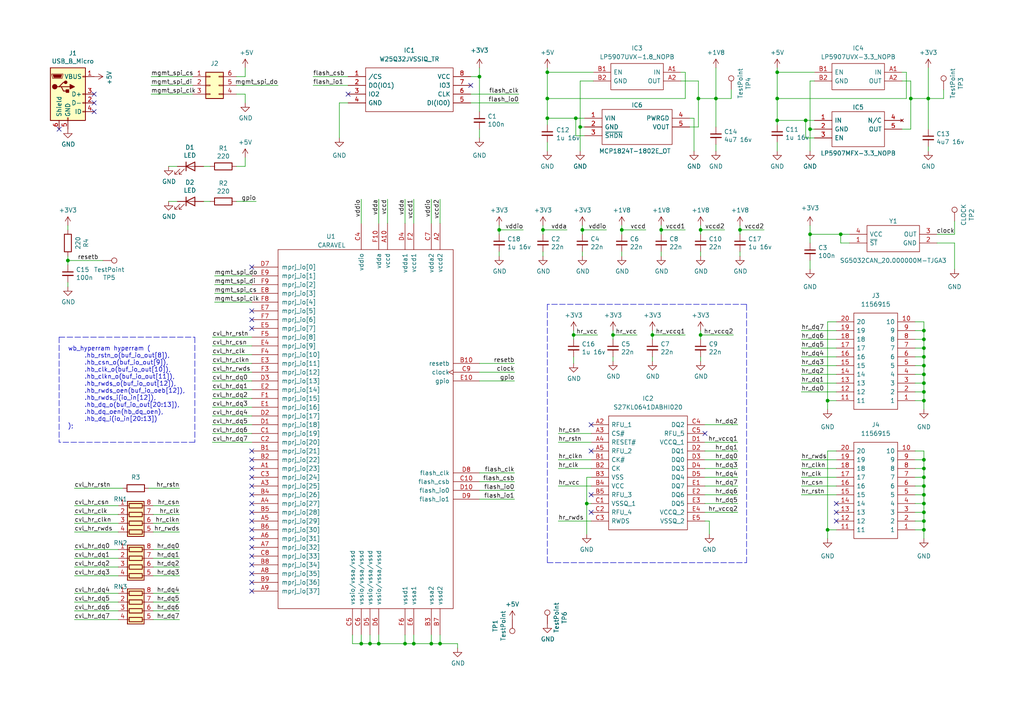
<source format=kicad_sch>
(kicad_sch (version 20211123) (generator eeschema)
  (paper "A4")
  (junction (at 180.34 66.675))
  (junction (at 267.97 106.045))
  (junction (at 203.2 66.675))
  (junction (at 267.97 146.05))
  (junction (at 267.97 151.13))
  (junction (at 202.565 28.575))
  (junction (at 267.97 138.43))
  (junction (at 125.095 186.69))
  (junction (at 177.8 97.155))
  (junction (at 267.97 111.125))
  (junction (at 267.97 98.425))
  (junction (at 139.065 22.225))
  (junction (at 158.75 28.575))
  (junction (at 158.75 20.955))
  (junction (at 207.645 28.575))
  (junction (at 107.315 186.69))
  (junction (at 166.37 97.155))
  (junction (at 267.97 95.885))
  (junction (at 168.275 36.83))
  (junction (at 117.475 186.69))
  (junction (at 240.03 153.67))
  (junction (at 233.68 34.925))
  (junction (at 168.91 66.675))
  (junction (at 267.97 148.59))
  (junction (at 269.24 28.575))
  (junction (at 109.855 186.69))
  (junction (at 264.16 28.575))
  (junction (at 167.005 34.29))
  (junction (at 267.97 143.51))
  (junction (at 120.015 186.69))
  (junction (at 189.23 97.155))
  (junction (at 267.97 100.965))
  (junction (at 19.685 75.565))
  (junction (at 240.03 116.205))
  (junction (at 267.97 108.585))
  (junction (at 243.84 67.945))
  (junction (at 104.775 186.69))
  (junction (at 225.425 20.955))
  (junction (at 203.2 97.155))
  (junction (at 127.635 186.69))
  (junction (at 267.97 116.205))
  (junction (at 267.97 153.67))
  (junction (at 267.97 135.89))
  (junction (at 267.97 140.97))
  (junction (at 170.18 146.05))
  (junction (at 225.425 34.925))
  (junction (at 234.95 37.465))
  (junction (at 191.77 66.675))
  (junction (at 267.97 133.35))
  (junction (at 214.63 66.675))
  (junction (at 225.425 28.575))
  (junction (at 157.48 66.675))
  (junction (at 144.78 66.675))
  (junction (at 158.75 34.29))
  (junction (at 267.97 103.505))
  (junction (at 234.95 67.945))
  (junction (at 267.97 113.665))
  (no_connect (at 73.025 151.13))
  (no_connect (at 73.025 133.35))
  (no_connect (at 73.025 90.17))
  (no_connect (at 17.145 37.465))
  (no_connect (at 242.57 146.05))
  (no_connect (at 242.57 148.59))
  (no_connect (at 242.57 151.13))
  (no_connect (at 73.025 158.75))
  (no_connect (at 73.025 95.25))
  (no_connect (at 73.025 143.51))
  (no_connect (at 73.025 166.37))
  (no_connect (at 27.305 32.385))
  (no_connect (at 73.025 148.59))
  (no_connect (at 100.965 27.305))
  (no_connect (at 136.525 24.765))
  (no_connect (at 73.025 130.81))
  (no_connect (at 73.025 138.43))
  (no_connect (at 73.025 153.67))
  (no_connect (at 73.025 156.21))
  (no_connect (at 73.025 163.83))
  (no_connect (at 204.47 125.73))
  (no_connect (at 171.45 123.19))
  (no_connect (at 171.45 130.81))
  (no_connect (at 171.45 148.59))
  (no_connect (at 171.45 143.51))
  (no_connect (at 73.025 171.45))
  (no_connect (at 73.025 140.97))
  (no_connect (at 73.025 135.89))
  (no_connect (at 73.025 168.91))
  (no_connect (at 27.305 27.305))
  (no_connect (at 73.025 77.47))
  (no_connect (at 73.025 92.71))
  (no_connect (at 73.025 146.05))
  (no_connect (at 73.025 161.29))
  (no_connect (at 27.305 29.845))
  (wire (pts (xy 265.43 135.89) (xy 267.97 135.89)))
  (wire (pts (xy 265.43 113.665) (xy 267.97 113.665)))
  (wire (pts (xy 171.45 138.43) (xy 170.18 138.43)))
  (wire (pts (xy 43.18 141.605) (xy 52.07 141.605)))
  (wire (pts (xy 157.48 65.405) (xy 157.48 66.675)))
  (wire (pts (xy 158.75 20.955) (xy 158.75 28.575)))
  (wire (pts (xy 265.43 116.205) (xy 267.97 116.205)))
  (wire (pts (xy 267.97 140.97) (xy 267.97 143.51)))
  (wire (pts (xy 43.815 24.765) (xy 55.88 24.765)))
  (wire (pts (xy 267.97 116.205) (xy 267.97 118.745)))
  (wire (pts (xy 157.48 66.675) (xy 164.465 66.675)))
  (wire (pts (xy 168.91 65.405) (xy 168.91 66.675)))
  (wire (pts (xy 117.475 57.785) (xy 117.475 64.77)))
  (wire (pts (xy 189.23 103.505) (xy 189.23 104.775)))
  (wire (pts (xy 265.43 148.59) (xy 267.97 148.59)))
  (wire (pts (xy 166.37 103.505) (xy 166.37 105.41)))
  (wire (pts (xy 44.45 154.305) (xy 52.07 154.305)))
  (wire (pts (xy 267.97 95.885) (xy 267.97 98.425)))
  (wire (pts (xy 61.595 97.79) (xy 73.025 97.79)))
  (wire (pts (xy 167.005 34.29) (xy 169.545 34.29)))
  (wire (pts (xy 197.485 23.495) (xy 202.565 23.495)))
  (wire (pts (xy 267.97 153.67) (xy 267.97 156.21)))
  (wire (pts (xy 261.62 23.495) (xy 264.16 23.495)))
  (wire (pts (xy 61.595 118.11) (xy 73.025 118.11)))
  (wire (pts (xy 21.59 159.385) (xy 34.29 159.385)))
  (wire (pts (xy 161.925 125.73) (xy 171.45 125.73)))
  (wire (pts (xy 269.24 42.545) (xy 269.24 43.815)))
  (wire (pts (xy 68.58 48.26) (xy 71.12 48.26)))
  (wire (pts (xy 198.755 20.955) (xy 198.755 28.575)))
  (wire (pts (xy 161.925 133.35) (xy 171.45 133.35)))
  (wire (pts (xy 61.595 125.73) (xy 73.025 125.73)))
  (wire (pts (xy 161.925 151.13) (xy 171.45 151.13)))
  (wire (pts (xy 265.43 93.345) (xy 267.97 93.345)))
  (wire (pts (xy 232.41 138.43) (xy 242.57 138.43)))
  (wire (pts (xy 21.59 164.465) (xy 34.29 164.465)))
  (wire (pts (xy 158.75 28.575) (xy 158.75 34.29)))
  (wire (pts (xy 104.775 57.785) (xy 104.775 64.77)))
  (wire (pts (xy 191.77 66.675) (xy 198.755 66.675)))
  (wire (pts (xy 44.45 174.625) (xy 52.07 174.625)))
  (wire (pts (xy 62.23 87.63) (xy 73.025 87.63)))
  (wire (pts (xy 203.2 97.155) (xy 212.725 97.155)))
  (wire (pts (xy 269.24 19.685) (xy 269.24 28.575)))
  (wire (pts (xy 61.595 110.49) (xy 73.025 110.49)))
  (wire (pts (xy 90.805 24.765) (xy 100.965 24.765)))
  (wire (pts (xy 139.065 22.225) (xy 139.065 32.385)))
  (wire (pts (xy 225.425 36.195) (xy 225.425 34.925)))
  (wire (pts (xy 62.23 82.55) (xy 73.025 82.55)))
  (wire (pts (xy 109.855 186.69) (xy 117.475 186.69)))
  (wire (pts (xy 265.43 95.885) (xy 267.97 95.885)))
  (wire (pts (xy 203.2 66.675) (xy 203.2 67.945)))
  (wire (pts (xy 203.2 97.155) (xy 203.2 98.425)))
  (wire (pts (xy 139.065 22.225) (xy 139.065 19.685)))
  (wire (pts (xy 61.595 128.27) (xy 73.025 128.27)))
  (wire (pts (xy 267.97 148.59) (xy 267.97 151.13)))
  (wire (pts (xy 68.58 22.225) (xy 71.12 22.225)))
  (wire (pts (xy 158.75 20.955) (xy 172.085 20.955)))
  (wire (pts (xy 271.78 67.945) (xy 276.86 67.945)))
  (wire (pts (xy 71.12 22.225) (xy 71.12 19.685)))
  (wire (pts (xy 232.41 95.885) (xy 242.57 95.885)))
  (wire (pts (xy 204.47 138.43) (xy 213.995 138.43)))
  (wire (pts (xy 265.43 98.425) (xy 267.97 98.425)))
  (wire (pts (xy 232.41 98.425) (xy 242.57 98.425)))
  (wire (pts (xy 166.37 95.885) (xy 166.37 97.155)))
  (wire (pts (xy 204.47 135.89) (xy 213.995 135.89)))
  (wire (pts (xy 157.48 73.025) (xy 157.48 74.295)))
  (wire (pts (xy 225.425 28.575) (xy 262.89 28.575)))
  (wire (pts (xy 139.065 110.49) (xy 149.225 110.49)))
  (wire (pts (xy 139.065 37.465) (xy 139.065 40.005)))
  (wire (pts (xy 61.595 107.95) (xy 73.025 107.95)))
  (polyline (pts (xy 17.145 97.79) (xy 56.515 97.79)))
  (wire (pts (xy 232.41 143.51) (xy 242.57 143.51)))
  (wire (pts (xy 168.91 73.025) (xy 168.91 74.295)))
  (wire (pts (xy 203.2 65.405) (xy 203.2 66.675)))
  (wire (pts (xy 265.43 138.43) (xy 267.97 138.43)))
  (wire (pts (xy 139.065 144.78) (xy 149.225 144.78)))
  (wire (pts (xy 158.75 34.29) (xy 158.75 36.195)))
  (wire (pts (xy 21.59 172.085) (xy 34.29 172.085)))
  (wire (pts (xy 204.47 143.51) (xy 213.995 143.51)))
  (wire (pts (xy 202.565 23.495) (xy 202.565 28.575)))
  (wire (pts (xy 180.34 66.675) (xy 187.325 66.675)))
  (wire (pts (xy 203.2 103.505) (xy 203.2 104.775)))
  (wire (pts (xy 59.055 58.42) (xy 60.96 58.42)))
  (wire (pts (xy 48.895 58.42) (xy 51.435 58.42)))
  (wire (pts (xy 44.45 161.925) (xy 52.07 161.925)))
  (wire (pts (xy 62.23 85.09) (xy 73.025 85.09)))
  (wire (pts (xy 232.41 113.665) (xy 242.57 113.665)))
  (wire (pts (xy 267.97 100.965) (xy 267.97 103.505)))
  (wire (pts (xy 61.595 120.65) (xy 73.025 120.65)))
  (wire (pts (xy 21.59 154.305) (xy 34.29 154.305)))
  (polyline (pts (xy 56.515 97.79) (xy 56.515 128.27)))
  (wire (pts (xy 204.47 123.19) (xy 213.995 123.19)))
  (wire (pts (xy 267.97 98.425) (xy 267.97 100.965)))
  (wire (pts (xy 267.97 135.89) (xy 267.97 138.43)))
  (wire (pts (xy 132.715 186.69) (xy 132.715 187.96)))
  (wire (pts (xy 68.58 27.305) (xy 71.12 27.305)))
  (wire (pts (xy 98.425 40.005) (xy 98.425 29.845)))
  (wire (pts (xy 144.78 66.675) (xy 151.765 66.675)))
  (wire (pts (xy 136.525 22.225) (xy 139.065 22.225)))
  (wire (pts (xy 136.525 29.845) (xy 150.495 29.845)))
  (wire (pts (xy 232.41 100.965) (xy 242.57 100.965)))
  (wire (pts (xy 265.43 151.13) (xy 267.97 151.13)))
  (wire (pts (xy 180.34 65.405) (xy 180.34 66.675)))
  (wire (pts (xy 61.595 100.33) (xy 73.025 100.33)))
  (wire (pts (xy 240.03 153.67) (xy 240.03 156.21)))
  (wire (pts (xy 207.645 19.685) (xy 207.645 28.575)))
  (wire (pts (xy 136.525 27.305) (xy 150.495 27.305)))
  (wire (pts (xy 127.635 186.69) (xy 132.715 186.69)))
  (wire (pts (xy 202.565 28.575) (xy 202.565 36.83)))
  (polyline (pts (xy 216.535 163.195) (xy 216.535 88.265)))
  (wire (pts (xy 197.485 20.955) (xy 198.755 20.955)))
  (wire (pts (xy 109.855 57.785) (xy 109.855 64.77)))
  (wire (pts (xy 233.68 40.005) (xy 233.68 34.925)))
  (wire (pts (xy 264.16 37.465) (xy 264.16 28.575)))
  (wire (pts (xy 172.085 23.495) (xy 168.275 23.495)))
  (wire (pts (xy 242.57 153.67) (xy 240.03 153.67)))
  (wire (pts (xy 234.95 23.495) (xy 236.22 23.495)))
  (wire (pts (xy 189.23 97.155) (xy 189.23 98.425)))
  (wire (pts (xy 267.97 106.045) (xy 267.97 108.585)))
  (wire (pts (xy 198.755 28.575) (xy 158.75 28.575)))
  (wire (pts (xy 240.03 93.345) (xy 242.57 93.345)))
  (wire (pts (xy 166.37 97.155) (xy 173.355 97.155)))
  (wire (pts (xy 21.59 179.705) (xy 34.29 179.705)))
  (wire (pts (xy 234.95 67.945) (xy 234.95 70.485)))
  (wire (pts (xy 204.47 140.97) (xy 213.995 140.97)))
  (wire (pts (xy 267.97 138.43) (xy 267.97 140.97)))
  (wire (pts (xy 240.03 130.81) (xy 242.57 130.81)))
  (wire (pts (xy 120.015 186.69) (xy 125.095 186.69)))
  (wire (pts (xy 204.47 146.05) (xy 213.995 146.05)))
  (wire (pts (xy 243.84 67.945) (xy 246.38 67.945)))
  (wire (pts (xy 232.41 111.125) (xy 242.57 111.125)))
  (wire (pts (xy 202.565 36.83) (xy 200.025 36.83)))
  (wire (pts (xy 267.97 143.51) (xy 267.97 146.05)))
  (wire (pts (xy 19.685 81.915) (xy 19.685 83.185)))
  (wire (pts (xy 112.395 57.785) (xy 112.395 64.77)))
  (wire (pts (xy 269.24 28.575) (xy 269.24 37.465)))
  (wire (pts (xy 265.43 153.67) (xy 267.97 153.67)))
  (wire (pts (xy 262.89 20.955) (xy 262.89 28.575)))
  (wire (pts (xy 168.91 66.675) (xy 168.91 67.945)))
  (wire (pts (xy 240.03 116.205) (xy 240.03 118.745)))
  (wire (pts (xy 267.97 146.05) (xy 267.97 148.59)))
  (wire (pts (xy 68.58 24.765) (xy 80.645 24.765)))
  (wire (pts (xy 43.815 22.225) (xy 55.88 22.225)))
  (polyline (pts (xy 158.75 88.265) (xy 158.75 163.195)))
  (wire (pts (xy 214.63 73.025) (xy 214.63 74.295)))
  (wire (pts (xy 158.75 41.275) (xy 158.75 43.815)))
  (wire (pts (xy 139.065 107.95) (xy 149.225 107.95)))
  (wire (pts (xy 205.74 151.13) (xy 204.47 151.13)))
  (wire (pts (xy 265.43 106.045) (xy 267.97 106.045)))
  (wire (pts (xy 214.63 66.675) (xy 214.63 67.945)))
  (wire (pts (xy 19.685 75.565) (xy 29.845 75.565)))
  (wire (pts (xy 125.095 57.785) (xy 125.095 64.77)))
  (wire (pts (xy 234.95 67.945) (xy 243.84 67.945)))
  (wire (pts (xy 61.595 115.57) (xy 73.025 115.57)))
  (wire (pts (xy 207.645 41.91) (xy 207.645 43.815)))
  (wire (pts (xy 232.41 108.585) (xy 242.57 108.585)))
  (wire (pts (xy 234.95 37.465) (xy 234.95 23.495)))
  (wire (pts (xy 44.45 177.165) (xy 52.07 177.165)))
  (wire (pts (xy 44.45 172.085) (xy 52.07 172.085)))
  (wire (pts (xy 19.685 65.405) (xy 19.685 66.675)))
  (wire (pts (xy 267.97 108.585) (xy 267.97 111.125)))
  (wire (pts (xy 234.95 37.465) (xy 234.95 43.815)))
  (wire (pts (xy 168.91 66.675) (xy 175.895 66.675)))
  (wire (pts (xy 90.805 22.225) (xy 100.965 22.225)))
  (wire (pts (xy 191.77 73.025) (xy 191.77 74.295)))
  (wire (pts (xy 265.43 146.05) (xy 267.97 146.05)))
  (wire (pts (xy 167.005 34.29) (xy 167.005 39.37)))
  (wire (pts (xy 273.685 28.575) (xy 273.685 26.035)))
  (wire (pts (xy 21.59 161.925) (xy 34.29 161.925)))
  (wire (pts (xy 236.22 40.005) (xy 233.68 40.005)))
  (wire (pts (xy 265.43 140.97) (xy 267.97 140.97)))
  (wire (pts (xy 44.45 179.705) (xy 52.07 179.705)))
  (wire (pts (xy 127.635 184.15) (xy 127.635 186.69)))
  (wire (pts (xy 265.43 133.35) (xy 267.97 133.35)))
  (wire (pts (xy 21.59 151.765) (xy 34.29 151.765)))
  (wire (pts (xy 232.41 106.045) (xy 242.57 106.045)))
  (wire (pts (xy 127.635 57.785) (xy 127.635 64.77)))
  (wire (pts (xy 232.41 135.89) (xy 242.57 135.89)))
  (wire (pts (xy 21.59 174.625) (xy 34.29 174.625)))
  (wire (pts (xy 117.475 184.15) (xy 117.475 186.69)))
  (wire (pts (xy 117.475 186.69) (xy 120.015 186.69)))
  (wire (pts (xy 264.16 28.575) (xy 269.24 28.575)))
  (wire (pts (xy 139.065 137.16) (xy 149.225 137.16)))
  (wire (pts (xy 104.775 186.69) (xy 107.315 186.69)))
  (wire (pts (xy 225.425 28.575) (xy 225.425 20.955)))
  (wire (pts (xy 107.315 186.69) (xy 109.855 186.69)))
  (wire (pts (xy 240.03 116.205) (xy 240.03 93.345)))
  (wire (pts (xy 225.425 20.955) (xy 236.22 20.955)))
  (wire (pts (xy 168.275 36.83) (xy 169.545 36.83)))
  (wire (pts (xy 21.59 141.605) (xy 35.56 141.605)))
  (wire (pts (xy 61.595 105.41) (xy 73.025 105.41)))
  (wire (pts (xy 234.95 65.405) (xy 234.95 67.945)))
  (wire (pts (xy 102.235 186.69) (xy 104.775 186.69)))
  (wire (pts (xy 200.025 34.29) (xy 201.295 34.29)))
  (wire (pts (xy 214.63 66.675) (xy 221.615 66.675)))
  (wire (pts (xy 48.895 48.26) (xy 51.435 48.26)))
  (wire (pts (xy 180.34 66.675) (xy 180.34 67.945)))
  (wire (pts (xy 61.595 102.87) (xy 73.025 102.87)))
  (wire (pts (xy 44.45 151.765) (xy 52.07 151.765)))
  (wire (pts (xy 207.645 28.575) (xy 212.09 28.575)))
  (wire (pts (xy 267.97 151.13) (xy 267.97 153.67)))
  (wire (pts (xy 139.065 142.24) (xy 149.225 142.24)))
  (wire (pts (xy 71.12 48.26) (xy 71.12 45.72)))
  (wire (pts (xy 180.34 73.025) (xy 180.34 74.295)))
  (wire (pts (xy 232.41 140.97) (xy 242.57 140.97)))
  (wire (pts (xy 267.97 133.35) (xy 267.97 135.89)))
  (wire (pts (xy 243.84 70.485) (xy 243.84 67.945)))
  (wire (pts (xy 276.86 70.485) (xy 276.86 78.105)))
  (wire (pts (xy 68.58 58.42) (xy 74.295 58.42)))
  (wire (pts (xy 203.2 66.675) (xy 210.185 66.675)))
  (wire (pts (xy 203.2 73.025) (xy 203.2 74.295)))
  (wire (pts (xy 191.77 65.405) (xy 191.77 66.675)))
  (wire (pts (xy 204.47 148.59) (xy 213.995 148.59)))
  (polyline (pts (xy 56.515 128.27) (xy 17.145 128.27)))
  (wire (pts (xy 71.12 27.305) (xy 71.12 29.845)))
  (wire (pts (xy 170.18 146.05) (xy 170.18 154.94)))
  (wire (pts (xy 61.595 123.19) (xy 73.025 123.19)))
  (wire (pts (xy 161.925 135.89) (xy 171.45 135.89)))
  (wire (pts (xy 125.095 186.69) (xy 127.635 186.69)))
  (wire (pts (xy 21.59 146.685) (xy 34.29 146.685)))
  (wire (pts (xy 264.16 28.575) (xy 264.16 23.495)))
  (wire (pts (xy 204.47 130.81) (xy 213.995 130.81)))
  (wire (pts (xy 271.78 70.485) (xy 276.86 70.485)))
  (wire (pts (xy 246.38 70.485) (xy 243.84 70.485)))
  (wire (pts (xy 44.45 159.385) (xy 52.07 159.385)))
  (wire (pts (xy 161.925 128.27) (xy 171.45 128.27)))
  (wire (pts (xy 44.45 146.685) (xy 52.07 146.685)))
  (wire (pts (xy 265.43 108.585) (xy 267.97 108.585)))
  (wire (pts (xy 158.75 19.685) (xy 158.75 20.955)))
  (wire (pts (xy 261.62 37.465) (xy 264.16 37.465)))
  (wire (pts (xy 168.275 23.495) (xy 168.275 36.83)))
  (wire (pts (xy 19.685 75.565) (xy 19.685 76.835)))
  (wire (pts (xy 102.235 184.15) (xy 102.235 186.69)))
  (wire (pts (xy 44.45 164.465) (xy 52.07 164.465)))
  (wire (pts (xy 109.855 184.15) (xy 109.855 186.69)))
  (wire (pts (xy 21.59 177.165) (xy 34.29 177.165)))
  (polyline (pts (xy 158.75 163.195) (xy 216.535 163.195)))
  (wire (pts (xy 212.09 28.575) (xy 212.09 26.035)))
  (wire (pts (xy 177.8 103.505) (xy 177.8 104.775)))
  (wire (pts (xy 166.37 97.155) (xy 166.37 98.425)))
  (wire (pts (xy 158.75 34.29) (xy 167.005 34.29)))
  (wire (pts (xy 189.23 95.885) (xy 189.23 97.155)))
  (wire (pts (xy 139.065 139.7) (xy 149.225 139.7)))
  (wire (pts (xy 201.295 34.29) (xy 201.295 43.815)))
  (wire (pts (xy 177.8 97.155) (xy 184.785 97.155)))
  (wire (pts (xy 19.685 74.295) (xy 19.685 75.565)))
  (wire (pts (xy 120.015 184.15) (xy 120.015 186.69)))
  (wire (pts (xy 236.22 37.465) (xy 234.95 37.465)))
  (wire (pts (xy 98.425 29.845) (xy 100.965 29.845)))
  (wire (pts (xy 189.23 97.155) (xy 198.755 97.155)))
  (wire (pts (xy 232.41 103.505) (xy 242.57 103.505)))
  (wire (pts (xy 203.2 95.885) (xy 203.2 97.155)))
  (wire (pts (xy 177.8 97.155) (xy 177.8 98.425)))
  (wire (pts (xy 139.065 105.41) (xy 149.225 105.41)))
  (wire (pts (xy 59.055 48.26) (xy 60.96 48.26)))
  (wire (pts (xy 44.45 149.225) (xy 52.07 149.225)))
  (wire (pts (xy 144.78 66.675) (xy 144.78 67.945)))
  (wire (pts (xy 21.59 149.225) (xy 34.29 149.225)))
  (wire (pts (xy 104.775 184.15) (xy 104.775 186.69)))
  (wire (pts (xy 225.425 34.925) (xy 225.425 28.575)))
  (wire (pts (xy 120.015 57.785) (xy 120.015 64.77)))
  (wire (pts (xy 276.86 67.945) (xy 276.86 64.135)))
  (wire (pts (xy 265.43 143.51) (xy 267.97 143.51)))
  (wire (pts (xy 225.425 34.925) (xy 233.68 34.925)))
  (wire (pts (xy 234.95 75.565) (xy 234.95 78.105)))
  (wire (pts (xy 269.24 28.575) (xy 273.685 28.575)))
  (wire (pts (xy 170.18 138.43) (xy 170.18 146.05)))
  (wire (pts (xy 232.41 133.35) (xy 242.57 133.35)))
  (wire (pts (xy 205.74 154.94) (xy 205.74 151.13)))
  (wire (pts (xy 233.68 34.925) (xy 236.22 34.925)))
  (wire (pts (xy 43.815 27.305) (xy 55.88 27.305)))
  (wire (pts (xy 62.23 80.01) (xy 73.025 80.01)))
  (wire (pts (xy 265.43 103.505) (xy 267.97 103.505)))
  (wire (pts (xy 125.095 184.15) (xy 125.095 186.69)))
  (wire (pts (xy 191.77 66.675) (xy 191.77 67.945)))
  (wire (pts (xy 171.45 146.05) (xy 170.18 146.05)))
  (wire (pts (xy 61.595 113.03) (xy 73.025 113.03)))
  (wire (pts (xy 225.425 41.275) (xy 225.425 43.815)))
  (wire (pts (xy 44.45 167.005) (xy 52.07 167.005)))
  (wire (pts (xy 265.43 111.125) (xy 267.97 111.125)))
  (wire (pts (xy 242.57 116.205) (xy 240.03 116.205)))
  (wire (pts (xy 240.03 153.67) (xy 240.03 130.81)))
  (wire (pts (xy 21.59 167.005) (xy 34.29 167.005)))
  (polyline (pts (xy 216.535 88.265) (xy 158.75 88.265)))
  (wire (pts (xy 167.005 39.37) (xy 169.545 39.37)))
  (wire (pts (xy 168.275 36.83) (xy 168.275 43.815)))
  (polyline (pts (xy 17.145 97.79) (xy 17.145 128.27)))
  (wire (pts (xy 157.48 66.675) (xy 157.48 67.945)))
  (wire (pts (xy 204.47 128.27) (xy 213.995 128.27)))
  (wire (pts (xy 202.565 28.575) (xy 207.645 28.575)))
  (wire (pts (xy 267.97 93.345) (xy 267.97 95.885)))
  (wire (pts (xy 265.43 100.965) (xy 267.97 100.965)))
  (wire (pts (xy 107.315 184.15) (xy 107.315 186.69)))
  (wire (pts (xy 261.62 20.955) (xy 262.89 20.955)))
  (wire (pts (xy 267.97 103.505) (xy 267.97 106.045)))
  (wire (pts (xy 225.425 19.685) (xy 225.425 20.955)))
  (wire (pts (xy 161.925 140.97) (xy 171.45 140.97)))
  (wire (pts (xy 267.97 130.81) (xy 267.97 133.35)))
  (wire (pts (xy 207.645 28.575) (xy 207.645 36.83)))
  (wire (pts (xy 204.47 133.35) (xy 213.995 133.35)))
  (wire (pts (xy 267.97 113.665) (xy 267.97 116.205)))
  (wire (pts (xy 214.63 65.405) (xy 214.63 66.675)))
  (wire (pts (xy 177.8 95.885) (xy 177.8 97.155)))
  (wire (pts (xy 265.43 130.81) (xy 267.97 130.81)))
  (wire (pts (xy 144.78 73.025) (xy 144.78 74.295)))
  (wire (pts (xy 144.78 65.405) (xy 144.78 66.675)))
  (wire (pts (xy 267.97 111.125) (xy 267.97 113.665)))
  (text "wb_hyperram hyperram (\n	.hb_rstn_o(buf_io_out[8]),\n	.hb_csn_o(buf_io_out[9]),\n	.hb_clk_o(buf_io_out[10]),\n	.hb_clkn_o(buf_io_out[11]),\n	.hb_rwds_o(buf_io_out[12]),\n	.hb_rwds_oen(buf_io_oeb[12]),\n	.hb_rwds_i(io_in[12]),        \n	.hb_dq_o(buf_io_out[20:13]),\n	.hb_dq_oen(hb_dq_oen),\n	.hb_dq_i(io_in[20:13])\n);" (at 19.685 124.46 0) (effects (font (size 1.27 1.27)) (justify left bottom)))
  (label "cvl_hr_rwds" (at 21.59 154.305 0))
  (label "hr_csn" (at 52.07 146.685 180))
  (label "hr_dq1" (at 213.995 130.81 180))
  (label "vdda" (at 164.465 66.675 180))
  (label "vccd" (at 112.395 57.785 270))
  (label "flash_io0" (at 149.225 142.24 180))
  (label "hr_dq2" (at 213.995 123.19 180))
  (label "flash_csb" (at 149.225 139.7 180))
  (label "cvl_hr_dq4" (at 21.59 172.085 0))
  (label "flash_clk" (at 149.225 137.16 180))
  (label "hr_dq7" (at 232.41 95.885 0))
  (label "gpio" (at 74.295 58.42 180))
  (label "cvl_hr_dq1" (at 61.595 113.03 0))
  (label "flash_io0" (at 150.495 29.845 180))
  (label "vccd1" (at 120.015 57.785 270))
  (label "hr_vccq2" (at 213.995 148.59 180))
  (label "hr_rwds" (at 52.07 154.305 180))
  (label "hr_rwds" (at 161.925 151.13 0))
  (label "hr_dq5" (at 232.41 100.965 0))
  (label "hr_vccq1" (at 213.995 128.27 180))
  (label "hr_rstn" (at 161.925 128.27 0))
  (label "hr_clk" (at 232.41 138.43 0))
  (label "cvl_hr_dq6" (at 21.59 177.165 0))
  (label "cvl_hr_dq5" (at 61.595 123.19 0))
  (label "hr_dq0" (at 232.41 113.665 0))
  (label "vddio" (at 125.095 57.785 270))
  (label "vdda" (at 117.475 57.785 270))
  (label "hr_dq4" (at 52.07 172.085 180))
  (label "cvl_hr_clk" (at 61.595 102.87 0))
  (label "vddio" (at 175.895 66.675 180))
  (label "cvl_hr_csn" (at 21.59 146.685 0))
  (label "vddio" (at 104.775 57.785 270))
  (label "mgmt_spi_clk" (at 62.23 87.63 0))
  (label "hr_vcc" (at 161.925 140.97 0))
  (label "cvl_hr_dq4" (at 61.595 120.65 0))
  (label "flash_csb" (at 90.805 22.225 0))
  (label "cvl_hr_rwds" (at 61.595 107.95 0))
  (label "vdda" (at 109.855 57.785 270))
  (label "gpio" (at 149.225 110.49 180))
  (label "cvl_hr_dq6" (at 61.595 125.73 0))
  (label "mgmt_spi_di" (at 62.23 82.55 0))
  (label "hr_dq4" (at 213.995 138.43 180))
  (label "resetb" (at 149.225 105.41 180))
  (label "hr_dq0" (at 52.07 159.385 180))
  (label "cvl_hr_dq7" (at 61.595 128.27 0))
  (label "cvl_hr_dq2" (at 21.59 164.465 0))
  (label "hr_dq2" (at 232.41 108.585 0))
  (label "hr_clk" (at 52.07 149.225 180))
  (label "hr_dq6" (at 52.07 177.165 180))
  (label "hr_vcc" (at 184.785 97.155 180))
  (label "hr_clkn" (at 232.41 135.89 0))
  (label "mgmt_spi_cs" (at 43.815 22.225 0))
  (label "cvl_hr_rstn" (at 21.59 141.605 0))
  (label "cvl_hr_csn" (at 61.595 100.33 0))
  (label "hr_dq4" (at 232.41 103.505 0))
  (label "hr_dq0" (at 213.995 133.35 180))
  (label "hr_vcc" (at 173.355 97.155 180))
  (label "cvl_hr_dq3" (at 61.595 118.11 0))
  (label "hr_dq5" (at 52.07 174.625 180))
  (label "flash_clk" (at 150.495 27.305 180))
  (label "flash_io1" (at 149.225 144.78 180))
  (label "hr_clkn" (at 161.925 133.35 0))
  (label "hr_dq7" (at 52.07 179.705 180))
  (label "vccd" (at 187.325 66.675 180))
  (label "cvl_hr_dq1" (at 21.59 161.925 0))
  (label "hr_dq3" (at 213.995 135.89 180))
  (label "cvl_hr_clk" (at 21.59 149.225 0))
  (label "hr_rstn" (at 52.07 141.605 180))
  (label "flash_io1" (at 90.805 24.765 0))
  (label "cvl_hr_dq3" (at 21.59 167.005 0))
  (label "cvl_hr_dq5" (at 21.59 174.625 0))
  (label "hr_rstn" (at 232.41 143.51 0))
  (label "cvl_hr_clkn" (at 21.59 151.765 0))
  (label "hr_dq3" (at 232.41 106.045 0))
  (label "hr_clkn" (at 52.07 151.765 180))
  (label "vccd1" (at 198.755 66.675 180))
  (label "hr_dq6" (at 213.995 143.51 180))
  (label "hr_clk" (at 161.925 135.89 0))
  (label "hr_dq1" (at 52.07 161.925 180))
  (label "mgmt_spi_clk" (at 43.815 27.305 0))
  (label "mgmt_spi_di" (at 43.815 24.765 0))
  (label "vddio" (at 151.765 66.675 180))
  (label "hr_dq6" (at 232.41 98.425 0))
  (label "clock" (at 149.225 107.95 180))
  (label "hr_dq3" (at 52.07 167.005 180))
  (label "hr_rwds" (at 232.41 133.35 0))
  (label "vccd2" (at 127.635 57.785 270))
  (label "hr_dq2" (at 52.07 164.465 180))
  (label "cvl_hr_dq7" (at 21.59 179.705 0))
  (label "hr_csn" (at 161.925 125.73 0))
  (label "mgmt_spi_do" (at 80.645 24.765 180))
  (label "cvl_hr_dq0" (at 21.59 159.385 0))
  (label "clock" (at 276.86 67.945 180))
  (label "hr_dq5" (at 213.995 146.05 180))
  (label "cvl_hr_rstn" (at 61.595 97.79 0))
  (label "hr_dq1" (at 232.41 111.125 0))
  (label "hr_vccq2" (at 212.725 97.155 180))
  (label "mgmt_spi_cs" (at 62.23 85.09 0))
  (label "cvl_hr_clkn" (at 61.595 105.41 0))
  (label "hr_csn" (at 232.41 140.97 0))
  (label "hr_vccq1" (at 198.755 97.155 180))
  (label "vccd2" (at 210.185 66.675 180))
  (label "resetb" (at 28.575 75.565 180))
  (label "hr_dq7" (at 213.995 140.97 180))
  (label "mgmt_spi_do" (at 62.23 80.01 0))
  (label "cvl_hr_dq0" (at 61.595 110.49 0))
  (label "cvl_hr_dq2" (at 61.595 115.57 0))
  (label "vccd2" (at 221.615 66.675 180))
  (symbol (lib_id "power:+1V8") (at 203.2 65.405 0) (unit 1)
    (property "Reference" "#PWR030" (effects hide))
    (property "Value" "+1V8" (at 203.2 60.96 0))
  )
  (symbol (lib_id "power:GND") (at 48.895 48.26 0) (unit 1)
    (property "Reference" "#PWR02" (effects hide))
    (property "Value" "GND" (at 49.022 52.6542 0))
  )
  (symbol (lib_id "power:GND") (at 207.645 43.815 0) (unit 1)
    (property "Reference" "#PWR044" (effects hide))
    (property "Value" "GND" (at 207.645 48.26 0))
  )
  (symbol (lib_id "Connector:TestPoint") (at 212.09 26.035 0) (unit 1)
    (property "Reference" "TP4" (at 217.043 24.2062 90))
    (property "Value" "TestPoint" (at 214.7316 24.2062 90))
    (property "Footprint" "TestPoint:TestPoint_Pad_D1.0mm" (effects hide))
  )
  (symbol (lib_id "power:+5V") (at 71.12 45.72 0) (unit 1)
    (property "Reference" "#PWR05" (effects hide))
    (property "Value" "+5V" (at 71.12 41.275 0))
  )
  (symbol (lib_id "Device:C_Small") (at 225.425 38.735 0) (unit 1)
    (property "Reference" "C11" (at 227.7618 37.5666 0) (effects (justify left)))
    (property "Value" "1u 16v" (at 227.7618 39.878 0) (effects (justify left)))
    (property "Footprint" "Capacitor_SMD:C_0805_2012Metric_Pad1.18x1.45mm_HandSolder" (effects hide))
    (property "Part" "CL10A105KO8NNNC" (effects hide))
  )
  (symbol (lib_id "power:+1V8") (at 180.34 65.405 0) (unit 1)
    (property "Reference" "#PWR021" (effects hide))
    (property "Value" "+1V8" (at 180.34 60.96 0))
  )
  (symbol (lib_id "power:+3.3V") (at 234.95 65.405 0) (unit 1)
    (property "Reference" "#PWR014" (effects hide))
    (property "Value" "+3.3V" (at 234.95 60.325 0))
  )
  (symbol (lib_id "Device:R") (at 39.37 141.605 90) (unit 1)
    (property "Reference" "R3" (at 39.37 138.43 90))
    (property "Value" "R" (effects hide))
    (property "Footprint" "Resistor_SMD:R_0603_1608Metric" (effects hide))
  )
  (symbol (lib_id "power:GND") (at 170.18 154.94 0) (unit 1)
    (property "Reference" "#PWR016" (effects hide))
    (property "Value" "GND" (at 170.18 159.385 0))
  )
  (symbol (lib_id "power:+3.3V") (at 177.8 95.885 0) (unit 1)
    (property "Reference" "#PWR019" (effects hide))
    (property "Value" "+3.3V" (at 177.8 91.44 0))
  )
  (symbol (lib_id "Device:R_Pack04") (at 39.37 164.465 270) (unit 1)
    (property "Reference" "RN2" (at 34.925 157.48 90))
    (property "Value" "CAY16-22R0F4LF" (effects hide))
    (property "Footprint" "hyperram_asic:CAY16000J4LF" (effects hide))
  )
  (symbol (lib_id "power:GND") (at 240.03 156.21 0) (unit 1)
    (property "Reference" "#PWR036" (effects hide))
    (property "Value" "GND" (at 240.03 161.29 0))
  )
  (symbol (lib_id "Device:C_Small") (at 203.2 70.485 0) (unit 1)
    (property "Reference" "C10" (at 205.5368 69.3166 0) (effects (justify left)))
    (property "Value" "22n" (at 205.5368 71.628 0) (effects (justify left)))
    (property "Footprint" "Capacitor_SMD:C_0402_1005Metric_Pad0.74x0.62mm_HandSolder" (effects hide))
    (property "Part" "CGA3E2X7R1H223K080AA" (effects hide))
  )
  (symbol (lib_id "Device:C_Small") (at 139.065 34.925 0) (unit 1)
    (property "Reference" "C1" (at 141.4018 33.7566 0) (effects (justify left)))
    (property "Value" "100n" (at 141.4018 36.068 0) (effects (justify left)))
    (property "Footprint" "Capacitor_SMD:C_0402_1005Metric_Pad0.74x0.62mm_HandSolder" (effects hide))
    (property "Part" "CGA3E2X7R1H223K080AA" (effects hide))
  )
  (symbol (lib_id "Device:LED") (at 55.245 58.42 0) (unit 1)
    (property "Reference" "D2" (at 55.0672 52.9082 0))
    (property "Value" "LED" (at 55.0672 55.2196 0))
    (property "Footprint" "LED_SMD:LED_0805_2012Metric_Pad1.15x1.40mm_HandSolder" (effects hide))
    (property "Part" " LS Q976-NR-1 " (effects hide))
  )
  (symbol (lib_id "Device:C_Small") (at 168.91 70.485 0) (unit 1)
    (property "Reference" "C4" (at 171.2468 69.3166 0) (effects (justify left)))
    (property "Value" "22n" (at 171.2468 71.628 0) (effects (justify left)))
    (property "Footprint" "Capacitor_SMD:C_0402_1005Metric_Pad0.74x0.62mm_HandSolder" (effects hide))
    (property "Part" "CGA3E2X7R1H223K080AA" (effects hide))
  )
  (symbol (lib_id "Connector:TestPoint") (at 273.685 26.035 0) (unit 1)
    (property "Reference" "TP3" (at 278.638 24.2062 90))
    (property "Value" "TestPoint" (at 276.3266 24.2062 90))
    (property "Footprint" "TestPoint:TestPoint_Pad_D1.0mm" (effects hide))
  )
  (symbol (lib_id "power:GND") (at 71.12 29.845 0) (unit 1)
    (property "Reference" "#PWR07" (effects hide))
    (property "Value" "GND" (at 71.247 34.2392 0))
  )
  (symbol (lib_id "power:GND") (at 158.75 43.815 0) (unit 1)
    (property "Reference" "#PWR040" (effects hide))
    (property "Value" "GND" (at 158.75 48.26 0))
  )
  (symbol (lib_id "hyperram_asic:1156915") (at 242.57 130.81 0) (unit 1)
    (property "Reference" "J4" (at 254 123.19 0))
    (property "Value" "1156915" (at 254 125.73 0))
    (property "Footprint" "1156915" (effects hide))
    (property "Datasheet" "http://www.phoenixcontact.com/gb/produkte/1156915" (effects hide))
    (property "Description" "SMD pin header, Nominal current at 20??C: 3 A, Test voltage: 500 V?AC, number of positions: 20, pitch: 2.54 mm, color: black, contact surface: Gold, type of contact: Male connector" (effects hide))
    (property "Height" "5.28" (effects hide))
    (property "Mouser Part Number" "651-1156915" (effects hide))
    (property "Mouser Price/Stock" "https://www.mouser.co.uk/ProductDetail/Phoenix-Contact/1156915?qs=Wj%2FVkw3K%252BMDwLcMyfxDlhA%3D%3D" (effects hide))
    (property "Manufacturer_Name" "Phoenix Contact" (effects hide))
    (property "Manufacturer_Part_Number" "1156915" (effects hide))
  )
  (symbol (lib_id "power:GND") (at 201.295 43.815 0) (unit 1)
    (property "Reference" "#PWR053" (effects hide))
    (property "Value" "GND" (at 201.295 48.26 0))
  )
  (symbol (lib_id "power:GND") (at 205.74 154.94 0) (unit 1)
    (property "Reference" "#PWR032" (effects hide))
    (property "Value" "GND" (at 205.74 159.385 0))
  )
  (symbol (lib_id "Device:C_Small") (at 144.78 70.485 0) (unit 1)
    (property "Reference" "C18" (at 147.1168 69.3166 0) (effects (justify left)))
    (property "Value" "1u 16v" (at 147.1168 71.628 0) (effects (justify left)))
    (property "Footprint" "Capacitor_SMD:C_0805_2012Metric_Pad1.18x1.45mm_HandSolder" (effects hide))
    (property "Part" "CL10A105KO8NNNC" (effects hide))
  )
  (symbol (lib_id "power:+5V") (at 158.75 19.685 0) (unit 1)
    (property "Reference" "#PWR039" (effects hide))
    (property "Value" "+5V" (at 158.75 15.24 0))
  )
  (symbol (lib_id "Device:C_Small") (at 166.37 100.965 0) (unit 1)
    (property "Reference" "C16" (at 168.7068 99.7966 0) (effects (justify left)))
    (property "Value" "1u 16v" (at 168.7068 102.108 0) (effects (justify left)))
    (property "Footprint" "Capacitor_SMD:C_0805_2012Metric_Pad1.18x1.45mm_HandSolder" (effects hide))
    (property "Part" "CL10A105KO8NNNC" (effects hide))
  )
  (symbol (lib_id "hyperram_asic:LP5907UVX-1.8_NOPB") (at 197.485 20.955 0) (mirror y) (unit 1)
    (property "Reference" "IC3" (at 184.785 13.97 0))
    (property "Value" "LP5907UVX-1.8_NOPB" (at 184.785 16.51 0))
    (property "Footprint" "BGA4C35P2X2_64X64X44" (effects hide))
    (property "Datasheet" "http://www.ti.com/lit/gpn/lp5907" (effects hide))
    (property "Description" "250-mA ultra-low-noise low-IQ low-dropout (LDO) linear regulator" (effects hide))
    (property "Height" "0.445" (effects hide))
    (property "Mouser Part Number" "926-LP5907UVX1.8NOPB" (effects hide))
    (property "Mouser Price/Stock" "https://www.mouser.co.uk/ProductDetail/Texas-Instruments/LP5907UVX-18-NOPB?qs=vobMBmnAsJHTbQ1C9505Xg%3D%3D" (effects hide))
    (property "Manufacturer_Name" "Texas Instruments" (effects hide))
    (property "Manufacturer_Part_Number" "LP5907UVX-1.8/NOPB" (effects hide))
  )
  (symbol (lib_id "power:GND") (at 234.95 78.105 0) (unit 1)
    (property "Reference" "#PWR015" (effects hide))
    (property "Value" "GND" (at 234.95 83.185 0))
  )
  (symbol (lib_id "power:GND") (at 267.97 156.21 0) (unit 1)
    (property "Reference" "#PWR046" (effects hide))
    (property "Value" "GND" (at 267.97 161.29 0))
  )
  (symbol (lib_id "power:GND") (at 166.37 105.41 0) (unit 1)
    (property "Reference" "#PWR051" (effects hide))
    (property "Value" "GND" (at 166.497 109.8042 0))
  )
  (symbol (lib_id "hyperram_asic:W25Q32JVSSIQ_TR") (at 100.965 22.225 0) (unit 1)
    (property "Reference" "IC1" (at 118.745 14.605 0))
    (property "Value" "W25Q32JVSSIQ_TR" (at 118.745 17.145 0))
    (property "Footprint" "SOIC127P790X216-8N" (effects hide))
    (property "Datasheet" "https://www.winbond.com/resource-files/w25q32jv%20spi%20revc%2008302016.pdf" (effects hide))
    (property "Description" "NOR Flash spiFlash, 32M-bit, DTR, 4Kb Uniform Sector" (effects hide))
    (property "Height" "2.16" (effects hide))
    (property "Mouser Part Number" "454-W25Q32JVSSIQTR" (effects hide))
    (property "Mouser Price/Stock" "https://www.mouser.co.uk/ProductDetail/Winbond/W25Q32JVSSIQ-TR?qs=qSfuJ%252Bfl%2Fd73AdQzQa%2FEuA%3D%3D" (effects hide))
    (property "Manufacturer_Name" "Winbond" (effects hide))
    (property "Manufacturer_Part_Number" "W25Q32JVSSIQ TR" (effects hide))
  )
  (symbol (lib_id "power:+5V") (at 148.59 179.705 0) (unit 1)
    (property "Reference" "#PWR049" (effects hide))
    (property "Value" "+5V" (at 148.59 175.26 0))
  )
  (symbol (lib_id "hyperram_asic:1156915") (at 242.57 93.345 0) (unit 1)
    (property "Reference" "J3" (at 254 85.725 0))
    (property "Value" "1156915" (at 254 88.265 0))
    (property "Footprint" "1156915" (effects hide))
    (property "Datasheet" "http://www.phoenixcontact.com/gb/produkte/1156915" (effects hide))
    (property "Description" "SMD pin header, Nominal current at 20??C: 3 A, Test voltage: 500 V?AC, number of positions: 20, pitch: 2.54 mm, color: black, contact surface: Gold, type of contact: Male connector" (effects hide))
    (property "Height" "5.28" (effects hide))
    (property "Mouser Part Number" "651-1156915" (effects hide))
    (property "Mouser Price/Stock" "https://www.mouser.co.uk/ProductDetail/Phoenix-Contact/1156915?qs=Wj%2FVkw3K%252BMDwLcMyfxDlhA%3D%3D" (effects hide))
    (property "Manufacturer_Name" "Phoenix Contact" (effects hide))
    (property "Manufacturer_Part_Number" "1156915" (effects hide))
  )
  (symbol (lib_id "Device:LED") (at 55.245 48.26 0) (unit 1)
    (property "Reference" "D1" (at 55.0672 42.7482 0))
    (property "Value" "LED" (at 55.0672 45.0596 0))
    (property "Footprint" "LED_SMD:LED_0805_2012Metric_Pad1.15x1.40mm_HandSolder" (effects hide))
    (property "Part" " LS Q976-NR-1 " (effects hide))
  )
  (symbol (lib_id "power:GND") (at 132.715 187.96 0) (unit 1)
    (property "Reference" "#PWR09" (effects hide))
    (property "Value" "GND" (at 132.842 192.3542 0))
  )
  (symbol (lib_id "Device:C_Small") (at 177.8 100.965 0) (unit 1)
    (property "Reference" "C5" (at 180.1368 99.7966 0) (effects (justify left)))
    (property "Value" "22n" (at 180.1368 102.108 0) (effects (justify left)))
    (property "Footprint" "Capacitor_SMD:C_0402_1005Metric_Pad0.74x0.62mm_HandSolder" (effects hide))
    (property "Part" "CGA3E2X7R1H223K080AA" (effects hide))
  )
  (symbol (lib_id "power:GND") (at 180.34 74.295 0) (unit 1)
    (property "Reference" "#PWR022" (effects hide))
    (property "Value" "GND" (at 180.467 78.6892 0))
  )
  (symbol (lib_id "power:+3.3V") (at 269.24 19.685 0) (unit 1)
    (property "Reference" "#PWR041" (effects hide))
    (property "Value" "+3.3V" (at 269.24 15.24 0))
  )
  (symbol (lib_id "power:GND") (at 225.425 43.815 0) (unit 1)
    (property "Reference" "#PWR052" (effects hide))
    (property "Value" "GND" (at 225.425 48.26 0))
  )
  (symbol (lib_id "Device:R") (at 19.685 70.485 180) (unit 1)
    (property "Reference" "R4" (at 24.9428 70.485 90))
    (property "Value" "220" (at 22.6314 70.485 90))
    (property "Footprint" "Resistor_SMD:R_0603_1608Metric" (effects hide))
    (property "Part" " ‎RC0603JR-07100RL‎ " (effects hide))
  )
  (symbol (lib_id "power:GND") (at 203.2 74.295 0) (unit 1)
    (property "Reference" "#PWR031" (effects hide))
    (property "Value" "GND" (at 203.327 78.6892 0))
  )
  (symbol (lib_id "Connector:TestPoint") (at 29.845 75.565 270) (unit 1)
    (property "Reference" "TP5" (at 31.6738 80.518 90))
    (property "Value" "TestPoint" (at 31.6738 78.2066 90))
    (property "Footprint" "TestPoint:TestPoint_Pad_D1.0mm" (effects hide))
  )
  (symbol (lib_id "power:+3.3V") (at 157.48 65.405 0) (unit 1)
    (property "Reference" "#PWR012" (effects hide))
    (property "Value" "+3.3V" (at 157.48 60.96 0))
  )
  (symbol (lib_id "hyperram_asic:LP5907UVX-3.3_NOPB") (at 261.62 20.955 0) (mirror y) (unit 1)
    (property "Reference" "IC4" (at 248.92 13.97 0))
    (property "Value" "LP5907UVX-3.3_NOPB" (at 248.92 16.51 0))
    (property "Footprint" "BGA4C35P2X2_64X64X33" (effects hide))
    (property "Datasheet" "http://www.ti.com/lit/gpn/lp5907" (effects hide))
    (property "Description" "250-mA ultra-low-noise low-IQ low-dropout (LDO) linear regulator" (effects hide))
    (property "Height" "0.33" (effects hide))
    (property "Mouser Part Number" "926-LP5907UVX3.3NOPB" (effects hide))
    (property "Mouser Price/Stock" "https://www.mouser.co.uk/ProductDetail/Texas-Instruments/LP5907UVX-33-NOPB?qs=vobMBmnAsJF21lPIbL9SgA%3D%3D" (effects hide))
    (property "Manufacturer_Name" "Texas Instruments" (effects hide))
    (property "Manufacturer_Part_Number" "LP5907UVX-3.3/NOPB" (effects hide))
  )
  (symbol (lib_id "Device:C_Small") (at 157.48 70.485 0) (unit 1)
    (property "Reference" "C2" (at 159.8168 69.3166 0) (effects (justify left)))
    (property "Value" "22n" (at 159.8168 71.628 0) (effects (justify left)))
    (property "Footprint" "Capacitor_SMD:C_0402_1005Metric_Pad0.74x0.62mm_HandSolder" (effects hide))
    (property "Part" "CGA3E2X7R1H223K080AA" (effects hide))
  )
  (symbol (lib_id "Device:C_Small") (at 191.77 70.485 0) (unit 1)
    (property "Reference" "C8" (at 194.1068 69.3166 0) (effects (justify left)))
    (property "Value" "22n" (at 194.1068 71.628 0) (effects (justify left)))
    (property "Footprint" "Capacitor_SMD:C_0402_1005Metric_Pad0.74x0.62mm_HandSolder" (effects hide))
    (property "Part" "CGA3E2X7R1H223K080AA" (effects hide))
  )
  (symbol (lib_id "Connector:USB_B_Micro") (at 19.685 27.305 0) (unit 1)
    (property "Reference" "J1" (at 21.1328 15.4432 0))
    (property "Value" "USB_B_Micro" (at 21.1328 17.7546 0))
    (property "Footprint" "hyperram_asic:UJ2MIBHGSMTTR" (effects hide))
    (property "Part" "105017-0001" (effects hide))
  )
  (symbol (lib_id "power:GND") (at 189.23 104.775 0) (unit 1)
    (property "Reference" "#PWR024" (effects hide))
    (property "Value" "GND" (at 189.357 109.1692 0))
  )
  (symbol (lib_id "power:+3.3V") (at 166.37 95.885 0) (unit 1)
    (property "Reference" "#PWR038" (effects hide))
    (property "Value" "+3.3V" (at 166.37 91.44 0))
  )
  (symbol (lib_id "Device:C_Small") (at 207.645 39.37 0) (unit 1)
    (property "Reference" "C14" (at 209.9818 38.2016 0) (effects (justify left)))
    (property "Value" "4u7 16v" (at 209.9818 40.513 0) (effects (justify left)))
    (property "Footprint" "Capacitor_SMD:C_0805_2012Metric_Pad1.18x1.45mm_HandSolder" (effects hide))
    (property "Part" "CC0603KRX5R7BB475" (effects hide))
  )
  (symbol (lib_id "power:GND") (at 240.03 118.745 0) (unit 1)
    (property "Reference" "#PWR035" (effects hide))
    (property "Value" "GND" (at 240.03 123.825 0))
  )
  (symbol (lib_id "Device:C_Small") (at 214.63 70.485 0) (unit 1)
    (property "Reference" "C17" (at 216.9668 69.3166 0) (effects (justify left)))
    (property "Value" "1u 16v" (at 216.9668 71.628 0) (effects (justify left)))
    (property "Footprint" "Capacitor_SMD:C_0805_2012Metric_Pad1.18x1.45mm_HandSolder" (effects hide))
    (property "Part" "CL10A105KO8NNNC" (effects hide))
  )
  (symbol (lib_id "Device:R") (at 64.77 58.42 270) (unit 1)
    (property "Reference" "R2" (at 64.77 53.1622 90))
    (property "Value" "220" (at 64.77 55.4736 90))
    (property "Footprint" "Resistor_SMD:R_0603_1608Metric" (effects hide))
    (property "Part" " ‎RC0603JR-07100RL‎ " (effects hide))
  )
  (symbol (lib_id "hyperram_asic:CARAVEL") (at 106.045 124.46 0) (unit 1)
    (property "Reference" "U1" (at 94.615 68.58 0) (effects (justify left)))
    (property "Value" "CARAVEL" (at 92.075 71.12 0) (effects (justify left)))
    (property "Footprint" "hyperram_asic:WLCSP-60_P0.5mm" (effects hide))
    (property "Datasheet" "DOCUMENTATION" (effects hide))
  )
  (symbol (lib_id "power:GND") (at 168.275 43.815 0) (unit 1)
    (property "Reference" "#PWR034" (effects hide))
    (property "Value" "GND" (at 168.275 48.26 0))
  )
  (symbol (lib_id "power:+3.3V") (at 144.78 65.405 0) (unit 1)
    (property "Reference" "#PWR056" (effects hide))
    (property "Value" "+3.3V" (at 144.78 60.96 0))
  )
  (symbol (lib_id "Device:C_Small") (at 158.75 38.735 0) (unit 1)
    (property "Reference" "C12" (at 161.29 37.6936 0) (effects (justify left)))
    (property "Value" "1u 16v" (at 161.29 40.005 0) (effects (justify left)))
    (property "Footprint" "Capacitor_SMD:C_0805_2012Metric_Pad1.18x1.45mm_HandSolder" (effects hide))
    (property "Part" "CL10A105KO8NNNC" (effects hide))
  )
  (symbol (lib_id "Device:C_Small") (at 234.95 73.025 0) (unit 1)
    (property "Reference" "C3" (at 237.2868 71.8566 0) (effects (justify left)))
    (property "Value" "100n" (at 237.2868 74.168 0) (effects (justify left)))
    (property "Footprint" "Capacitor_SMD:C_0402_1005Metric_Pad0.74x0.62mm_HandSolder" (effects hide))
    (property "Part" "CGA3E2X7R1H223K080AA" (effects hide))
  )
  (symbol (lib_id "Device:C_Small") (at 203.2 100.965 0) (unit 1)
    (property "Reference" "C9" (at 205.5368 99.7966 0) (effects (justify left)))
    (property "Value" "22n" (at 205.5368 102.108 0) (effects (justify left)))
    (property "Footprint" "Capacitor_SMD:C_0402_1005Metric_Pad0.74x0.62mm_HandSolder" (effects hide))
    (property "Part" "CGA3E2X7R1H223K080AA" (effects hide))
  )
  (symbol (lib_id "Device:C_Small") (at 269.24 40.005 0) (unit 1)
    (property "Reference" "C13" (at 271.5768 38.8366 0) (effects (justify left)))
    (property "Value" "4u7 16v" (at 271.5768 41.148 0) (effects (justify left)))
    (property "Footprint" "Capacitor_SMD:C_0805_2012Metric_Pad1.18x1.45mm_HandSolder" (effects hide))
    (property "Part" "CC0603KRX5R7BB475" (effects hide))
  )
  (symbol (lib_id "power:GND") (at 144.78 74.295 0) (unit 1)
    (property "Reference" "#PWR057" (effects hide))
    (property "Value" "GND" (at 144.907 78.6892 0))
  )
  (symbol (lib_id "Connector:TestPoint") (at 276.86 64.135 0) (unit 1)
    (property "Reference" "TP2" (at 281.813 62.3062 90))
    (property "Value" "CLOCK" (at 279.5016 62.3062 90))
    (property "Footprint" "TestPoint:TestPoint_Pad_D1.0mm" (effects hide))
  )
  (symbol (lib_id "power:GND") (at 234.95 43.815 0) (unit 1)
    (property "Reference" "#PWR033" (effects hide))
    (property "Value" "GND" (at 234.95 48.26 0))
  )
  (symbol (lib_id "Connector:TestPoint") (at 158.75 180.975 0) (unit 1)
    (property "Reference" "TP6" (at 163.703 179.1462 90))
    (property "Value" "TestPoint" (at 161.3916 179.1462 90))
    (property "Footprint" "TestPoint:TestPoint_Pad_D1.0mm" (effects hide))
  )
  (symbol (lib_id "power:GND") (at 19.685 83.185 0) (unit 1)
    (property "Reference" "#PWR048" (effects hide))
    (property "Value" "GND" (at 19.812 87.5792 0))
  )
  (symbol (lib_id "power:GND") (at 139.065 40.005 0) (unit 1)
    (property "Reference" "#PWR011" (effects hide))
    (property "Value" "GND" (at 139.065 45.085 0))
  )
  (symbol (lib_id "power:GND") (at 269.24 43.815 0) (unit 1)
    (property "Reference" "#PWR042" (effects hide))
    (property "Value" "GND" (at 269.24 48.26 0))
  )
  (symbol (lib_id "power:GND") (at 168.91 74.295 0) (unit 1)
    (property "Reference" "#PWR018" (effects hide))
    (property "Value" "GND" (at 169.037 78.6892 0))
  )
  (symbol (lib_id "power:GND") (at 203.2 104.775 0) (unit 1)
    (property "Reference" "#PWR028" (effects hide))
    (property "Value" "GND" (at 203.327 109.1692 0))
  )
  (symbol (lib_id "Connector_Generic:Conn_02x03_Counter_Clockwise") (at 60.96 24.765 0) (unit 1)
    (property "Reference" "J2" (at 62.23 18.415 0))
    (property "Value" "Conn_02x03_Counter_Clockwise" (effects hide))
    (property "Footprint" "Connector_PinHeader_2.54mm:PinHeader_2x03_P2.54mm_Vertical" (effects hide))
  )
  (symbol (lib_id "power:+3.3V") (at 139.065 19.685 0) (unit 1)
    (property "Reference" "#PWR010" (effects hide))
    (property "Value" "+3.3V" (at 139.065 14.605 0))
  )
  (symbol (lib_id "power:+3.3V") (at 189.23 95.885 0) (unit 1)
    (property "Reference" "#PWR023" (effects hide))
    (property "Value" "+3.3V" (at 189.23 91.44 0))
  )
  (symbol (lib_id "power:GND") (at 98.425 40.005 0) (unit 1)
    (property "Reference" "#PWR08" (effects hide))
    (property "Value" "GND" (at 98.425 45.085 0))
  )
  (symbol (lib_id "power:+3.3V") (at 203.2 95.885 0) (unit 1)
    (property "Reference" "#PWR027" (effects hide))
    (property "Value" "+3.3V" (at 203.2 91.44 0))
  )
  (symbol (lib_id "power:+3.3V") (at 19.685 65.405 0) (unit 1)
    (property "Reference" "#PWR047" (effects hide))
    (property "Value" "+3.3V" (at 19.685 60.96 0))
  )
  (symbol (lib_id "power:GND") (at 48.895 58.42 0) (unit 1)
    (property "Reference" "#PWR03" (effects hide))
    (property "Value" "GND" (at 49.022 62.8142 0))
  )
  (symbol (lib_id "hyperram_asic:SG5032CAN_20.000000M-TJGA3") (at 246.38 67.945 0) (unit 1)
    (property "Reference" "Y1" (at 259.08 64.135 0))
    (property "Value" "SG5032CAN_20.000000M-TJGA3" (at 259.08 75.565 0))
    (property "Footprint" "SG5032CAN20000000MTJGA3" (effects hide))
    (property "Datasheet" "https://datasheet.datasheetarchive.com/originals/distributors/Datasheets_SAMA/ce4a807d57040677cd35953a6e54e0c8.pdf" (effects hide))
    (property "Description" "Standard Clock Oscillators 20MHz 50ppm -40C +85C" (effects hide))
    (property "Height" "1.3" (effects hide))
    (property "Mouser Part Number" "732-5032CAN20.0TJGA3" (effects hide))
    (property "Mouser Price/Stock" "https://www.mouser.co.uk/ProductDetail/Epson-Timing/SG5032CAN-20000000M-TJGA3?qs=6J2kD0vu%2F2XskKn421PIWg%3D%3D" (effects hide))
    (property "Manufacturer_Name" "Epson Timing" (effects hide))
    (property "Manufacturer_Part_Number" "SG5032CAN 20.000000M-TJGA3" (effects hide))
  )
  (symbol (lib_id "power:GND") (at 157.48 74.295 0) (unit 1)
    (property "Reference" "#PWR013" (effects hide))
    (property "Value" "GND" (at 157.607 78.6892 0))
  )
  (symbol (lib_id "Device:R_Pack04") (at 39.37 151.765 270) (unit 1)
    (property "Reference" "RN1" (at 34.925 144.78 90))
    (property "Value" "CAY16-22R0F4LF" (effects hide))
    (property "Footprint" "hyperram_asic:CAY16000J4LF" (effects hide))
  )
  (symbol (lib_id "power:+1V8") (at 214.63 65.405 0) (unit 1)
    (property "Reference" "#PWR054" (effects hide))
    (property "Value" "+1V8" (at 214.63 60.96 0))
  )
  (symbol (lib_id "power:+5V") (at 71.12 19.685 0) (unit 1)
    (property "Reference" "#PWR06" (effects hide))
    (property "Value" "+5V" (at 71.501 15.2908 0))
  )
  (symbol (lib_id "power:+5V") (at 27.305 22.225 270) (unit 1)
    (property "Reference" "#PWR04" (effects hide))
    (property "Value" "+5V" (at 31.6992 22.606 0))
  )
  (symbol (lib_id "power:GND") (at 158.75 180.975 0) (unit 1)
    (property "Reference" "#PWR050" (effects hide))
    (property "Value" "GND" (at 158.877 185.3692 0))
  )
  (symbol (lib_id "power:+3.3V") (at 168.91 65.405 0) (unit 1)
    (property "Reference" "#PWR017" (effects hide))
    (property "Value" "+3.3V" (at 168.91 60.96 0))
  )
  (symbol (lib_id "power:+5V") (at 225.425 19.685 0) (unit 1)
    (property "Reference" "#PWR037" (effects hide))
    (property "Value" "+5V" (at 225.425 15.24 0))
  )
  (symbol (lib_id "power:+1V8") (at 207.645 19.685 0) (unit 1)
    (property "Reference" "#PWR043" (effects hide))
    (property "Value" "+1V8" (at 207.645 15.24 0))
  )
  (symbol (lib_id "power:GND") (at 191.77 74.295 0) (unit 1)
    (property "Reference" "#PWR026" (effects hide))
    (property "Value" "GND" (at 191.897 78.6892 0))
  )
  (symbol (lib_id "hyperram_asic:S27KL0641DABHI020") (at 171.45 123.19 0) (unit 1)
    (property "Reference" "IC2" (at 187.96 115.57 0))
    (property "Value" "S27KL0641DABHI020" (at 187.96 118.11 0))
    (property "Footprint" "BGA24C100P5X5_600X800X100" (effects hide))
    (property "Datasheet" "http://www.cypress.com/file/183506/download" (effects hide))
    (property "Description" "CYPRESS SEMICONDUCTOR - S27KL0641DABHI020 - DRAM, 64MBIT, 36NS, FBGA-24" (effects hide))
    (property "Height" "1" (effects hide))
    (property "Manufacturer_Name" "Cypress Semiconductor" (effects hide))
    (property "Manufacturer_Part_Number" "S27KL0641DABHI020" (effects hide))
    (property "Mouser Part Number" "727-S27KL0641DABHI02" (effects hide))
    (property "Mouser Price/Stock" "https://www.mouser.co.uk/ProductDetail/Cypress-Semiconductor/S27KL0641DABHI020?qs=74EMXstkWMUC1hAb%252BS%2F79g%3D%3D" (effects hide))
    (property "Arrow Part Number" "S27KL0641DABHI020" (effects hide))
    (property "Arrow Price/Stock" "https://www.arrow.com/en/products/s27kl0641dabhi020/cypress-semiconductor" (effects hide))
  )
  (symbol (lib_id "power:GND") (at 19.685 37.465 0) (unit 1)
    (property "Reference" "#PWR01" (effects hide))
    (property "Value" "GND" (at 19.812 41.8592 0))
  )
  (symbol (lib_id "hyperram_asic:LP5907MFX-3.3_NOPB") (at 236.22 34.925 0) (unit 1)
    (property "Reference" "IC5" (at 248.92 31.115 0))
    (property "Value" "LP5907MFX-3.3_NOPB" (at 248.92 44.45 0))
    (property "Footprint" "hyperram_asic:SOT95P280X145-5N" (effects hide))
    (property "Datasheet" "https://datasheet.datasheetarchive.com/originals/distributors/Datasheets-SFU2/DSASFU100037200.pdf" (effects hide))
    (property "Description" "TEXAS INSTRUMENTS - LP5907MFX-3.3/NOPB - LDO, FIXED, 3.3V, 0.25A, SOT-23-5" (effects hide))
    (property "Height" "1.45" (effects hide))
    (property "Mouser Part Number" "595-LP5907MFX-3.3NPB" (effects hide))
    (property "Mouser Price/Stock" "https://www.mouser.co.uk/ProductDetail/Texas-Instruments/LP5907MFX-33-NOPB?qs=biyDIajrTn6NhrJCoL%2FdSQ%3D%3D" (effects hide))
    (property "Manufacturer_Name" "Texas Instruments" (effects hide))
    (property "Manufacturer_Part_Number" "LP5907MFX-3.3/NOPB" (effects hide))
  )
  (symbol (lib_id "power:GND") (at 214.63 74.295 0) (unit 1)
    (property "Reference" "#PWR055" (effects hide))
    (property "Value" "GND" (at 214.757 78.6892 0))
  )
  (symbol (lib_id "hyperram_asic:MCP1824T-1802E_OT") (at 169.545 34.29 0) (unit 1)
    (property "Reference" "IC6" (at 184.785 30.48 0))
    (property "Value" "MCP1824T-1802E_OT" (at 184.15 43.815 0))
    (property "Footprint" "hyperram_asic:SOT95P270X145-5N" (effects hide))
    (property "Datasheet" "https://datasheet.datasheetarchive.com/originals/distributors/SFDatasheet-4/sf-00090041.pdf" (effects hide))
    (property "Description" "LDO Regulator 300mA 1.8V SHDN SOT23-5" (effects hide))
    (property "Height" "1.45" (effects hide))
    (property "Mouser Part Number" "579-MCP1824T-1802EOT" (effects hide))
    (property "Mouser Price/Stock" "https://www.mouser.co.uk/ProductDetail/Microchip-Technology-Atmel/MCP1824T-1802E-OT?qs=gsqZ4L1luKoaLRW4xll4lg%3D%3D" (effects hide))
    (property "Manufacturer_Name" "Microchip" (effects hide))
    (property "Manufacturer_Part_Number" "MCP1824T-1802E/OT" (effects hide))
  )
  (symbol (lib_id "Device:R_Pack04") (at 39.37 177.165 270) (unit 1)
    (property "Reference" "RN3" (at 34.925 170.18 90))
    (property "Value" "CAY16-22R0F4LF" (effects hide))
    (property "Footprint" "hyperram_asic:CAY16000J4LF" (effects hide))
  )
  (symbol (lib_id "Device:C_Small") (at 189.23 100.965 0) (unit 1)
    (property "Reference" "C7" (at 191.5668 99.7966 0) (effects (justify left)))
    (property "Value" "22n" (at 191.5668 102.108 0) (effects (justify left)))
    (property "Footprint" "Capacitor_SMD:C_0402_1005Metric_Pad0.74x0.62mm_HandSolder" (effects hide))
    (property "Part" "CGA3E2X7R1H223K080AA" (effects hide))
  )
  (symbol (lib_id "Device:C_Small") (at 19.685 79.375 0) (unit 1)
    (property "Reference" "C15" (at 22.0218 78.2066 0) (effects (justify left)))
    (property "Value" "100n" (at 22.0218 80.518 0) (effects (justify left)))
    (property "Footprint" "Capacitor_SMD:C_0402_1005Metric_Pad0.74x0.62mm_HandSolder" (effects hide))
    (property "Part" "CGA3E2X7R1H223K080AA" (effects hide))
  )
  (symbol (lib_id "Device:C_Small") (at 180.34 70.485 0) (unit 1)
    (property "Reference" "C6" (at 182.6768 69.3166 0) (effects (justify left)))
    (property "Value" "22n" (at 182.6768 71.628 0) (effects (justify left)))
    (property "Footprint" "Capacitor_SMD:C_0402_1005Metric_Pad0.74x0.62mm_HandSolder" (effects hide))
    (property "Part" "CGA3E2X7R1H223K080AA" (effects hide))
  )
  (symbol (lib_id "power:+1V8") (at 191.77 65.405 0) (unit 1)
    (property "Reference" "#PWR025" (effects hide))
    (property "Value" "+1V8" (at 191.77 60.96 0))
  )
  (symbol (lib_id "Connector:TestPoint") (at 148.59 179.705 180) (unit 1)
    (property "Reference" "TP1" (at 143.637 181.5338 90))
    (property "Value" "TestPoint" (at 145.9484 181.5338 90))
    (property "Footprint" "TestPoint:TestPoint_Pad_D1.0mm" (effects hide))
  )
  (symbol (lib_id "power:GND") (at 276.86 78.105 0) (unit 1)
    (property "Reference" "#PWR029" (effects hide))
    (property "Value" "GND" (at 276.86 83.185 0))
  )
  (symbol (lib_id "Device:R") (at 64.77 48.26 270) (unit 1)
    (property "Reference" "R1" (at 64.77 43.0022 90))
    (property "Value" "220" (at 64.77 45.3136 90))
    (property "Footprint" "Resistor_SMD:R_0603_1608Metric" (effects hide))
    (property "Part" " ‎RC0603JR-07100RL‎ " (effects hide))
  )
  (symbol (lib_id "power:GND") (at 267.97 118.745 0) (unit 1)
    (property "Reference" "#PWR045" (effects hide))
    (property "Value" "GND" (at 267.97 123.825 0))
  )
  (symbol (lib_id "power:GND") (at 177.8 104.775 0) (unit 1)
    (property "Reference" "#PWR020" (effects hide))
    (property "Value" "GND" (at 177.927 109.1692 0))
  )
)
</source>
